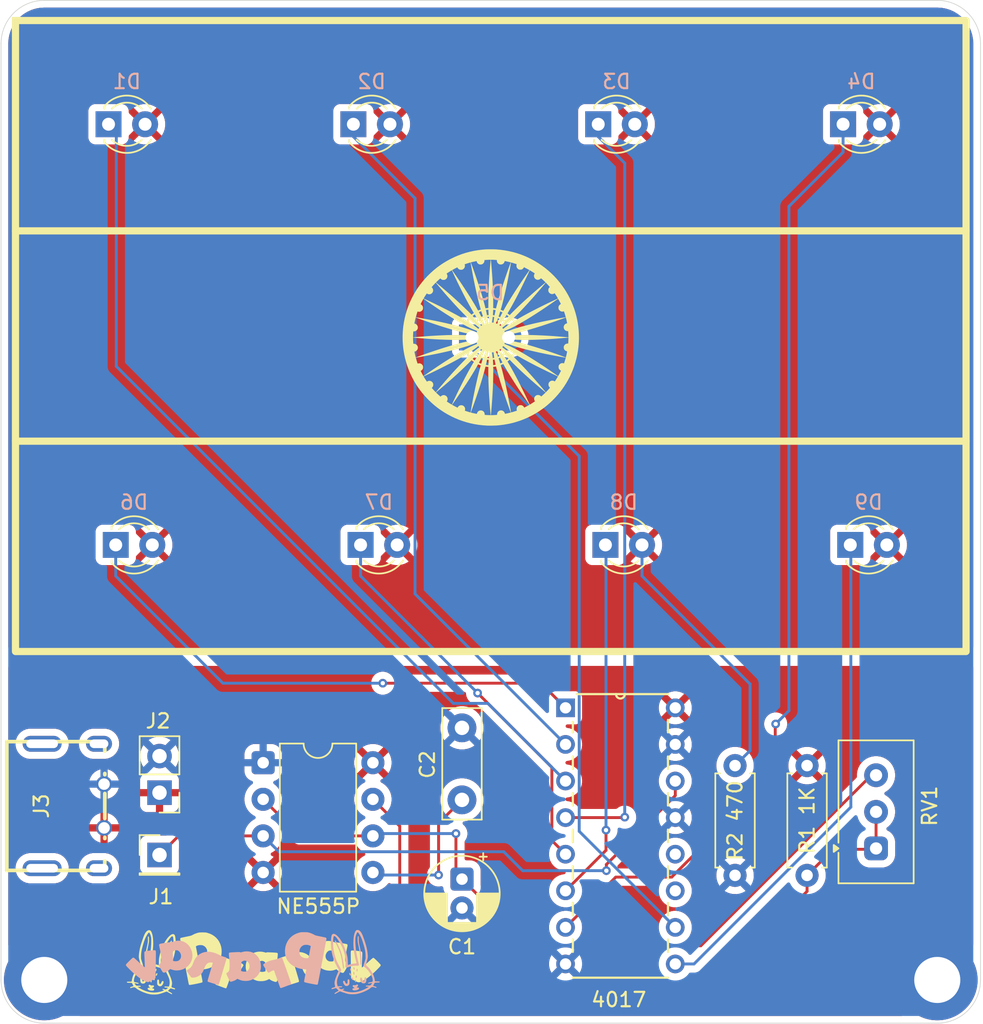
<source format=kicad_pcb>
(kicad_pcb (version 20241229) (generator "pcbnew") (generator_version "9.0")
  (layers (0 "F.Cu" signal) (2 "B.Cu" signal) (13 "F.Paste" user) (15 "B.Paste" user) (5 "F.SilkS" user "F.Silkscreen") (7 "B.SilkS" user "B.Silkscreen") (1 "F.Mask" user) (3 "B.Mask" user) (25 "Edge.Cuts" user))
  (net 0 "")
  (net 1 "TRIG")
  (net 2 "GND")
  (net 3 "Net-(U1-CONT)")
  (net 4 "Net-(D1-K)")
  (net 5 "Net-(D2-K)")
  (net 6 "Net-(D3-K)")
  (net 7 "Net-(D4-K)")
  (net 8 "Net-(D5-K)")
  (net 9 "Net-(D6-K)")
  (net 10 "Net-(D7-K)")
  (net 11 "Net-(D8-K)")
  (net 12 "Net-(D9-K)")
  (net 13 "OUT")
  (net 14 "+5V")
  (net 15 "Net-(U1-DISCH)")
  (net 18 "LED2R")
  (footprint "LED_THT:LED_D3.0mm" (layer "F.Cu") (at 119.96 97.8)
    (property "Reference" "D6" (at 1.27 -2.96 -0) (layer "B.SilkS") (effects (justify mirror)))
    (property "Value" "LED")
    (pad "1" thru_hole rect (at 0 0) (size 1.8 1.8) (drill 0.9) (layers "*.Cu" "*.Mask") (net 9 "Net-(D6-K)"))
    (pad "2" thru_hole circle (at 2.54 0) (size 1.8 1.8) (drill 0.9) (layers "*.Cu" "*.Mask") (net 18 "LED2R"))
  )
  (footprint "LOGO" (layer "F.Cu") (at 146 83.4)
    (property "Reference" "G***" (hide yes))
    (property "Value" "LOGO" (hide yes))
  )
  (footprint "LED_THT:LED_D3.0mm" (layer "F.Cu") (at 136.46 68.6)
    (property "Reference" "D2" (at 1.27 -2.96 -0) (layer "B.SilkS") (effects (justify mirror)))
    (property "Value" "LED")
    (pad "1" thru_hole rect (at 0 0) (size 1.8 1.8) (drill 0.9) (layers "*.Cu" "*.Mask") (net 5 "Net-(D2-K)"))
    (pad "2" thru_hole circle (at 2.54 0) (size 1.8 1.8) (drill 0.9) (layers "*.Cu" "*.Mask") (net 18 "LED2R"))
  )
  (footprint "LED_THT:LED_D3.0mm" (layer "F.Cu") (at 170.96 97.8)
    (property "Reference" "D9" (at 1.27 -2.96 -0) (layer "B.SilkS") (effects (justify mirror)))
    (property "Value" "LED")
    (pad "1" thru_hole rect (at 0 0) (size 1.8 1.8) (drill 0.9) (layers "*.Cu" "*.Mask") (net 12 "Net-(D9-K)"))
    (pad "2" thru_hole circle (at 2.54 0) (size 1.8 1.8) (drill 0.9) (layers "*.Cu" "*.Mask") (net 18 "LED2R"))
  )
  (footprint "LED_THT:LED_D3.0mm" (layer "F.Cu") (at 170.46 68.6)
    (property "Reference" "D4" (at 1.27 -2.96 -0) (layer "B.SilkS") (effects (justify mirror)))
    (property "Value" "LED")
    (pad "1" thru_hole rect (at 0 0) (size 1.8 1.8) (drill 0.9) (layers "*.Cu" "*.Mask") (net 7 "Net-(D4-K)"))
    (pad "2" thru_hole circle (at 2.54 0) (size 1.8 1.8) (drill 0.9) (layers "*.Cu" "*.Mask") (net 18 "LED2R"))
  )
  (footprint "BlinkyStuff:N16" (layer "F.Cu") (at 158.81 126.89)
    (property "Reference" "4017" (at -3.92 2.48 0) (layer "F.SilkS"))
    (property "Value" "4017")
    (pad "1" thru_hole rect (at -7.62 -17.78) (size 1.2954 1.2954) (drill 0.7874) (layers "*.Cu" "*.Mask") (net 9 "Net-(D6-K)"))
    (pad "2" thru_hole circle (at -7.62 -15.24) (size 1.2954 1.2954) (drill 0.7874) (layers "*.Cu" "*.Mask") (net 5 "Net-(D2-K)"))
    (pad "3" thru_hole circle (at -7.62 -12.7) (size 1.2954 1.2954) (drill 0.7874) (layers "*.Cu" "*.Mask") (net 4 "Net-(D1-K)"))
    (pad "4" thru_hole circle (at -7.62 -10.16) (size 1.2954 1.2954) (drill 0.7874) (layers "*.Cu" "*.Mask") (net 6 "Net-(D3-K)"))
    (pad "5" thru_hole circle (at -7.62 -7.62) (size 1.2954 1.2954) (drill 0.7874) (layers "*.Cu" "*.Mask") (net 10 "Net-(D7-K)"))
    (pad "6" thru_hole circle (at -7.62 -5.08) (size 1.2954 1.2954) (drill 0.7874) (layers "*.Cu" "*.Mask") (net 11 "Net-(D8-K)"))
    (pad "7" thru_hole circle (at -7.62 -2.54) (size 1.2954 1.2954) (drill 0.7874) (layers "*.Cu" "*.Mask") (net 7 "Net-(D4-K)"))
    (pad "8" thru_hole circle (at -7.62 0) (size 1.2954 1.2954) (drill 0.7874) (layers "*.Cu" "*.Mask") (net 2 "GND"))
    (pad "9" thru_hole circle (at 0 0) (size 1.2954 1.2954) (drill 0.7874) (layers "*.Cu" "*.Mask") (net 12 "Net-(D9-K)"))
    (pad "10" thru_hole circle (at 0 -2.54) (size 1.2954 1.2954) (drill 0.7874) (layers "*.Cu" "*.Mask") (net 8 "Net-(D5-K)"))
    (pad "11" thru_hole circle (at 0 -5.08) (size 1.2954 1.2954) (drill 0.7874) (layers "*.Cu" "*.Mask"))
    (pad "12" thru_hole circle (at 0 -7.62) (size 1.2954 1.2954) (drill 0.7874) (layers "*.Cu" "*.Mask"))
    (pad "13" thru_hole circle (at 0 -10.16) (size 1.2954 1.2954) (drill 0.7874) (layers "*.Cu" "*.Mask") (net 2 "GND"))
    (pad "14" thru_hole circle (at 0 -12.7) (size 1.2954 1.2954) (drill 0.7874) (layers "*.Cu" "*.Mask") (net 13 "OUT"))
    (pad "15" thru_hole circle (at 0 -15.24) (size 1.2954 1.2954) (drill 0.7874) (layers "*.Cu" "*.Mask") (net 2 "GND"))
    (pad "16" thru_hole circle (at 0 -17.78) (size 1.2954 1.2954) (drill 0.7874) (layers "*.Cu" "*.Mask") (net 14 "+5V"))
  )
  (footprint "Potentiometer_THT:Potentiometer_Vishay_T93YA_Vertical" (layer "F.Cu") (at 172.75 118.87 90)
    (property "Reference" "RV1" (at 2.94 3.72 90) (layer "F.SilkS"))
    (property "Value" "50kΩ")
    (pad "1" thru_hole roundrect (at 0 0 90) (size 1.65 1.65) (drill 0.85) (layers "*.Cu" "*.Mask") (net 15 "Net-(U1-DISCH)"))
    (pad "2" thru_hole circle (at 2.54 0 90) (size 1.65 1.65) (drill 0.85) (layers "*.Cu" "*.Mask") (net 15 "Net-(U1-DISCH)"))
    (pad "3" thru_hole circle (at 5.08 0 90) (size 1.65 1.65) (drill 0.85) (layers "*.Cu" "*.Mask") (net 1 "TRIG"))
  )
  (footprint "LED_THT:LED_D3.0mm" (layer "F.Cu") (at 119.46 68.6)
    (property "Reference" "D1" (at 1.27 -2.96 -0) (layer "B.SilkS") (effects (justify mirror)))
    (property "Value" "LED")
    (pad "1" thru_hole rect (at 0 0) (size 1.8 1.8) (drill 0.9) (layers "*.Cu" "*.Mask") (net 4 "Net-(D1-K)"))
    (pad "2" thru_hole circle (at 2.54 0) (size 1.8 1.8) (drill 0.9) (layers "*.Cu" "*.Mask") (net 18 "LED2R"))
  )
  (footprint "MountingHole:MountingHole_3.2mm_M3_DIN965_Pad_TopBottom" (layer "F.Cu") (at 115 128)
    (property "Reference" "S2" (hide yes))
    (property "Value" "MountingHole_3.2mm_M3_DIN965_Pad_TopBottom" (hide yes))
    (pad "1" thru_hole circle (at 0 0) (size 3.6 3.6) (drill 3.2) (layers "*.Cu" "*.Mask"))
    (pad "1" connect circle (at 0 0) (size 5.6 5.6) (layers "F.Cu" "F.Mask"))
    (pad "1" connect circle (at 0 0) (size 5.6 5.6) (layers "B.Cu" "B.Mask") (net 2 "GND"))
  )
  (footprint "LED_THT:LED_D3.0mm" (layer "F.Cu") (at 153.46 68.6)
    (property "Reference" "D3" (at 1.27 -2.96 -0) (layer "B.SilkS") (effects (justify mirror)))
    (property "Value" "LED")
    (pad "1" thru_hole rect (at 0 0) (size 1.8 1.8) (drill 0.9) (layers "*.Cu" "*.Mask") (net 6 "Net-(D3-K)"))
    (pad "2" thru_hole circle (at 2.54 0) (size 1.8 1.8) (drill 0.9) (layers "*.Cu" "*.Mask") (net 18 "LED2R"))
  )
  (footprint "Capacitor_THT:CP_Radial_D5.0mm_P2.00mm" (layer "F.Cu") (at 144 121 -90)
    (property "Reference" "C1" (at 4.7 0 180) (layer "F.SilkS"))
    (property "Value" "1 uF")
    (pad "1" thru_hole roundrect (at 0 0 270) (size 1.6 1.6) (drill 0.8) (layers "*.Cu" "*.Mask") (roundrect_rratio 0.15625) (net 1 "TRIG"))
    (pad "2" thru_hole circle (at 2 0 270) (size 1.6 1.6) (drill 0.8) (layers "*.Cu" "*.Mask") (net 2 "GND"))
  )
  (footprint "MountingHole:MountingHole_3.2mm_M3_DIN965_Pad_TopBottom" (layer "F.Cu") (at 177 128)
    (property "Reference" "S1" (hide yes))
    (property "Value" "MountingHole_3.2mm_M3_DIN965_Pad_TopBottom" (hide yes))
    (pad "1" thru_hole circle (at 0 0) (size 3.6 3.6) (drill 3.2) (layers "*.Cu" "*.Mask"))
    (pad "1" connect circle (at 0 0) (size 5.6 5.6) (layers "F.Cu" "F.Mask"))
    (pad "1" connect circle (at 0 0) (size 5.6 5.6) (layers "B.Cu" "B.Mask") (net 2 "GND"))
  )
  (footprint "ProLib_pcs_2026-02-15:USB-C-TH_TYPE-C-31-M-33" (layer "F.Cu") (at 117 115.925 -90)
    (property "Reference" "J3" (at 0 2.2 90) (layer "F.SilkS"))
    (property "Value" "USB_C_Receptacle_PowerOnly_6P" (hide yes))
    (pad "3" thru_hole oval (at 4.32 -1.8) (size 1.8 1.1) (drill oval 1.3 0.6) (layers "*.Cu" "*.Mask"))
    (pad "4" thru_hole oval (at 4.32 2.15 270) (size 1.1 2.7) (drill oval 0.6 2.2) (layers "*.Cu" "*.Mask"))
    (pad "5" thru_hole oval (at -4.32 2.15 270) (size 1.1 2.7) (drill oval 0.6 2.2) (layers "*.Cu" "*.Mask"))
    (pad "6" thru_hole oval (at -4.32 -1.8) (size 1.8 1.1) (drill oval 1.3 0.6) (layers "*.Cu" "*.Mask"))
    (pad "A9" thru_hole circle (at 1.52 -2.15 270) (size 1.1 1.1) (drill 0.8) (layers "*.Cu" "*.Mask") (net 14 "+5V"))
    (pad "B12" thru_hole circle (at -1.52 -2.15 270) (size 1.1 1.1) (drill 0.8) (layers "*.Cu" "*.Mask") (net 2 "GND"))
  )
  (footprint "Resistor_THT:R_Axial_DIN0207_L6.3mm_D2.5mm_P7.62mm_Horizontal" (layer "F.Cu") (at 162.96 113.12 -90)
    (property "Reference" "R2 470" (at 3.81 0 90) (layer "F.SilkS"))
    (property "Value" "470Ω" (hide yes))
    (pad "1" thru_hole circle (at 0 0 270) (size 1.6 1.6) (drill 0.8) (layers "*.Cu" "*.Mask") (net 18 "LED2R"))
    (pad "2" thru_hole circle (at 7.62 0 270) (size 1.6 1.6) (drill 0.8) (layers "*.Cu" "*.Mask") (net 2 "GND"))
  )
  (footprint "LED_THT:LED_D3.0mm" (layer "F.Cu") (at 153.96 97.8)
    (property "Reference" "D8" (at 1.27 -2.96 -0) (layer "B.SilkS") (effects (justify mirror)))
    (property "Value" "LED")
    (pad "1" thru_hole rect (at 0 0) (size 1.8 1.8) (drill 0.9) (layers "*.Cu" "*.Mask") (net 11 "Net-(D8-K)"))
    (pad "2" thru_hole circle (at 2.54 0) (size 1.8 1.8) (drill 0.9) (layers "*.Cu" "*.Mask") (net 18 "LED2R"))
  )
  (footprint "LED_THT:LED_D3.0mm" (layer "F.Cu") (at 144.7 83.4)
    (property "Reference" "D5" (at 1.26 -3.11 0) (layer "B.SilkS") (effects (justify mirror)))
    (property "Value" "LED")
    (pad "1" thru_hole rect (at 0 0) (size 1.8 1.8) (drill 0.9) (layers "*.Cu" "*.Mask") (net 8 "Net-(D5-K)"))
    (pad "2" thru_hole circle (at 2.54 0) (size 1.8 1.8) (drill 0.9) (layers "*.Cu" "*.Mask") (net 18 "LED2R"))
  )
  (footprint "LOGO" (layer "F.Cu") (at 129.55 126.83)
    (property "Reference" "G***" (hide yes))
    (property "Value" "LOGO" (hide yes))
  )
  (footprint "Connector_PinHeader_2.54mm:PinHeader_1x02_P2.54mm_Vertical" (layer "F.Cu") (at 123 115 180)
    (property "Reference" "J2" (at 0.1 4.975 0) (layer "F.SilkS"))
    (property "Value" "Conn_01x02_Socket" (hide yes))
    (pad "1" thru_hole rect (at 0 0 180) (size 1.7 1.7) (drill 1) (layers "*.Cu" "*.Mask") (net 14 "+5V"))
    (pad "2" thru_hole circle (at 0 2.54 180) (size 1.7 1.7) (drill 1) (layers "*.Cu" "*.Mask") (net 2 "GND"))
  )
  (footprint "Capacitor_THT:C_Disc_D7.5mm_W2.5mm_P5.00mm" (layer "F.Cu") (at 144 115.5 90)
    (property "Reference" "C2" (at 2.45 -2.4 90) (layer "F.SilkS"))
    (property "Value" "0.01 uF")
    (pad "1" thru_hole circle (at 0 0 90) (size 2 2) (drill 1) (layers "*.Cu" "*.Mask") (net 3 "Net-(U1-CONT)"))
    (pad "2" thru_hole circle (at 5 0 90) (size 2 2) (drill 1) (layers "*.Cu" "*.Mask") (net 2 "GND"))
  )
  (footprint "Connector_PinHeader_2.54mm:PinHeader_1x01_P2.54mm_Vertical" (layer "F.Cu") (at 123 119.325)
    (property "Reference" "J1" (at 0.1 2.9 0) (layer "F.SilkS"))
    (property "Value" "Conn_01x01_Socket" (hide yes))
    (pad "1" thru_hole rect (at 0 0) (size 1.7 1.7) (drill 1) (layers "*.Cu" "*.Mask") (net 13 "OUT"))
  )
  (footprint "Package_DIP:DIP-8_W7.62mm" (layer "F.Cu") (at 130.195 112.92)
    (property "Reference" "NE555P" (at 3.835 9.97 0) (layer "F.SilkS"))
    (property "Value" "NE555P")
    (pad "1" thru_hole roundrect (at 0 0) (size 1.6 1.6) (drill 0.8) (layers "*.Cu" "*.Mask") (roundrect_rratio 0.15625) (net 2 "GND"))
    (pad "2" thru_hole circle (at 0 2.54) (size 1.6 1.6) (drill 0.8) (layers "*.Cu" "*.Mask") (net 1 "TRIG"))
    (pad "3" thru_hole circle (at 0 5.08) (size 1.6 1.6) (drill 0.8) (layers "*.Cu" "*.Mask") (net 13 "OUT"))
    (pad "4" thru_hole circle (at 0 7.62) (size 1.6 1.6) (drill 0.8) (layers "*.Cu" "*.Mask") (net 14 "+5V"))
    (pad "5" thru_hole circle (at 7.62 7.62) (size 1.6 1.6) (drill 0.8) (layers "*.Cu" "*.Mask") (net 3 "Net-(U1-CONT)"))
    (pad "6" thru_hole circle (at 7.62 5.08) (size 1.6 1.6) (drill 0.8) (layers "*.Cu" "*.Mask") (net 1 "TRIG"))
    (pad "7" thru_hole circle (at 7.62 2.54) (size 1.6 1.6) (drill 0.8) (layers "*.Cu" "*.Mask") (net 15 "Net-(U1-DISCH)"))
    (pad "8" thru_hole circle (at 7.62 0) (size 1.6 1.6) (drill 0.8) (layers "*.Cu" "*.Mask") (net 14 "+5V"))
  )
  (footprint "Resistor_THT:R_Axial_DIN0207_L6.3mm_D2.5mm_P7.62mm_Horizontal" (layer "F.Cu") (at 167.96 113.12 -90)
    (property "Reference" "R1 1K" (at 3.81 0 90) (layer "F.SilkS"))
    (property "Value" "1KΩ" (hide yes))
    (pad "1" thru_hole circle (at 0 0 270) (size 1.6 1.6) (drill 0.8) (layers "*.Cu" "*.Mask") (net 14 "+5V"))
    (pad "2" thru_hole circle (at 7.62 0 270) (size 1.6 1.6) (drill 0.8) (layers "*.Cu" "*.Mask") (net 15 "Net-(U1-DISCH)"))
  )
  (footprint "LED_THT:LED_D3.0mm" (layer "F.Cu") (at 136.96 97.8)
    (property "Reference" "D7" (at 1.27 -2.96 -0) (layer "B.SilkS") (effects (justify mirror)))
    (property "Value" "LED")
    (pad "1" thru_hole rect (at 0 0) (size 1.8 1.8) (drill 0.9) (layers "*.Cu" "*.Mask") (net 10 "Net-(D7-K)"))
    (pad "2" thru_hole circle (at 2.54 0) (size 1.8 1.8) (drill 0.9) (layers "*.Cu" "*.Mask") (net 18 "LED2R"))
  )
  (footprint "LOGO" (layer "B.Cu") (at 129.475449 126.812852 180)
    (property "Reference" "back" (hide yes))
    (property "Value" "LOGO" (hide yes))
  )
  (gr_line (start 113 90.6) (end 179 90.6) (stroke (width 0.5)) (layer "F.SilkS"))
  (gr_rect (start 113 61.4) (end 179 105.2) (stroke (width 0.5)) (fill no) (layer "F.SilkS"))
  (gr_line (start 179 76) (end 113 76) (stroke (width 0.5)) (layer "F.SilkS"))
  (gr_line (start 177 60) (end 115 60) (stroke (width 0.05)) (layer "Edge.Cuts"))
  (gr_arc (start 177 60) (mid 179.12132 60.87868) (end 180 63) (stroke (width 0.05)) (layer "Edge.Cuts"))
  (gr_arc (start 112 63) (mid 112.87868 60.87868) (end 115 60) (stroke (width 0.05)) (layer "Edge.Cuts"))
  (gr_line (start 115 131) (end 177 131) (stroke (width 0.05)) (layer "Edge.Cuts"))
  (gr_line (start 112 63) (end 112 128) (stroke (width 0.05)) (layer "Edge.Cuts"))
  (gr_line (start 180 128) (end 180 63) (stroke (width 0.05)) (layer "Edge.Cuts"))
  (gr_arc (start 180 128) (mid 179.12132 130.12132) (end 177 131) (stroke (width 0.05)) (layer "Edge.Cuts"))
  (gr_arc (start 115 131) (mid 112.87868 130.12132) (end 112 128) (stroke (width 0.05)) (layer "Edge.Cuts"))
  (segment (start 172.75 113.79) (end 172.42 113.79) (width 0.2) (layer "F.Cu") (net 1))
  (segment (start 144 121) (end 143.5803 120.5803) (width 0.2) (layer "F.Cu") (net 1))
  (segment (start 132.735 118) (end 130.195 115.46) (width 0.2) (layer "F.Cu") (net 1))
  (segment (start 148.63 125.63) (end 144 121) (width 0.2) (layer "F.Cu") (net 1))
  (segment (start 172.42 113.79) (end 160.58 125.63) (width 0.2) (layer "F.Cu") (net 1))
  (segment (start 137.815 118) (end 132.735 118) (width 0.2) (layer "F.Cu") (net 1))
  (segment (start 160.58 125.63) (end 148.63 125.63) (width 0.2) (layer "F.Cu") (net 1))
  (segment (start 143.5803 120.5803) (end 143.5803 117.8394) (width 0.2) (layer "F.Cu") (net 1))
  (via (at 143.5803 117.8394) (size 0.6) (drill 0.3) (layers "F.Cu" "B.Cu") (net 1))
  (segment (start 143.5803 117.8394) (end 137.9756 117.8394) (width 0.2) (layer "B.Cu") (net 1))
  (segment (start 137.9756 117.8394) (end 137.815 118) (width 0.2) (layer "B.Cu") (net 1))
  (segment (start 144 115.5) (end 142.376 117.124) (width 0.2) (layer "F.Cu") (net 3))
  (segment (start 142.376 117.124) (end 142.376 120.7165) (width 0.2) (layer "F.Cu") (net 3))
  (via (at 142.376 120.7165) (size 0.6) (drill 0.3) (layers "F.Cu" "B.Cu") (net 3))
  (segment (start 137.9915 120.7165) (end 137.815 120.54) (width 0.2) (layer "B.Cu") (net 3))
  (segment (start 142.376 120.7165) (end 137.9915 120.7165) (width 0.2) (layer "B.Cu") (net 3))
  (segment (start 143.398 108.8) (end 145.8 108.8) (width 0.2) (layer "B.Cu") (net 4))
  (segment (start 119.46 68.6) (end 120 69.14) (width 0.2) (layer "B.Cu") (net 4))
  (segment (start 145.8 108.8) (end 151.19 114.19) (width 0.2) (layer "B.Cu") (net 4))
  (segment (start 120 69.14) (end 120 85.402) (width 0.2) (layer "B.Cu") (net 4))
  (segment (start 120 85.402) (end 143.398 108.8) (width 0.2) (layer "B.Cu") (net 4))
  (segment (start 140.741 101.201) (end 151.19 111.65) (width 0.2) (layer "B.Cu") (net 5))
  (segment (start 136.46 69.46) (end 140.741 73.741) (width 0.2) (layer "B.Cu") (net 5))
  (segment (start 140.741 73.741) (end 140.741 101.201) (width 0.2) (layer "B.Cu") (net 5))
  (segment (start 136.46 68.6) (end 136.46 69.46) (width 0.2) (layer "B.Cu") (net 5))
  (segment (start 155.27 116.73) (end 151.19 116.73) (width 0.2) (layer "F.Cu") (net 6))
  (segment (start 155.3 116.7) (end 155.27 116.73) (width 0.2) (layer "F.Cu") (net 6))
  (via (at 155.3 116.7) (size 0.6) (drill 0.3) (layers "F.Cu" "B.Cu") (net 6))
  (segment (start 153.46 69.46) (end 155.3 71.3) (width 0.2) (layer "B.Cu") (net 6))
  (segment (start 153.46 68.6) (end 153.46 69.46) (width 0.2) (layer "B.Cu") (net 6))
  (segment (start 155.3 71.3) (end 155.3 116.7) (width 0.2) (layer "B.Cu") (net 6))
  (segment (start 158.56 120.861) (end 154.679 120.861) (width 0.2) (layer "F.Cu") (net 7))
  (segment (start 165.75 110.26) (end 165.75 113.671) (width 0.2) (layer "F.Cu") (net 7))
  (segment (start 165.75 113.671) (end 158.56 120.861) (width 0.2) (layer "F.Cu") (net 7))
  (segment (start 165.78 110.23) (end 165.75 110.26) (width 0.2) (layer "F.Cu") (net 7))
  (segment (start 154.679 120.861) (end 151.19 124.35) (width 0.2) (layer "F.Cu") (net 7))
  (via (at 165.78 110.23) (size 0.6) (drill 0.3) (layers "F.Cu" "B.Cu") (net 7))
  (segment (start 165.78 110.23) (end 166.7 109.31) (width 0.2) (layer "B.Cu") (net 7))
  (segment (start 166.7 74.3) (end 170.46 70.54) (width 0.2) (layer "B.Cu") (net 7))
  (segment (start 170.46 70.54) (end 170.46 68.6) (width 0.2) (layer "B.Cu") (net 7))
  (segment (start 166.7 109.31) (end 166.7 74.3) (width 0.2) (layer "B.Cu") (net 7))
  (segment (start 152.139 117.679) (end 158.81 124.35) (width 0.2) (layer "B.Cu") (net 8))
  (segment (start 152.139 91.6387) (end 152.139 117.679) (width 0.2) (layer "B.Cu") (net 8))
  (segment (start 144.7 83.4) (end 144.7 84.1997) (width 0.2) (layer "B.Cu") (net 8))
  (segment (start 144.7 84.1997) (end 152.139 91.6387) (width 0.2) (layer "B.Cu") (net 8))
  (segment (start 140.501 107.399) (end 149.479 107.399) (width 0.2) (layer "F.Cu") (net 9))
  (segment (start 140.5 107.4) (end 140.501 107.399) (width 0.2) (layer "F.Cu") (net 9))
  (segment (start 138.5 107.4) (end 140.5 107.4) (width 0.2) (layer "F.Cu") (net 9))
  (segment (start 149.479 107.399) (end 151.19 109.11) (width 0.2) (layer "F.Cu") (net 9))
  (via (at 138.5 107.4) (size 0.6) (drill 0.3) (layers "F.Cu" "B.Cu") (net 9))
  (segment (start 127.4 107.4) (end 119.96 99.96) (width 0.2) (layer "B.Cu") (net 9))
  (segment (start 138.5 107.4) (end 127.4 107.4) (width 0.2) (layer "B.Cu") (net 9))
  (segment (start 119.96 99.96) (end 119.96 97.8) (width 0.2) (layer "B.Cu") (net 9))
  (segment (start 150.241 113.241) (end 150.241 118.321) (width 0.2) (layer "F.Cu") (net 10))
  (segment (start 150.241 118.321) (end 151.19 119.27) (width 0.2) (layer "F.Cu") (net 10))
  (segment (start 145.085 108.085) (end 150.241 113.241) (width 0.2) (layer "F.Cu") (net 10))
  (via (at 145.085 108.085) (size 0.6) (drill 0.3) (layers "F.Cu" "B.Cu") (net 10))
  (segment (start 145.085 108.085) (end 136.96 99.96) (width 0.2) (layer "B.Cu") (net 10))
  (segment (start 136.96 99.96) (end 136.96 97.8) (width 0.2) (layer "B.Cu") (net 10))
  (segment (start 154 119) (end 151.19 121.81) (width 0.2) (layer "F.Cu") (net 11))
  (segment (start 154 117.6) (end 154 119) (width 0.2) (layer "F.Cu") (net 11))
  (via (at 154 117.6) (size 0.6) (drill 0.3) (layers "F.Cu" "B.Cu") (net 11))
  (segment (start 154 97.84) (end 154 117.6) (width 0.2) (layer "B.Cu") (net 11))
  (segment (start 153.96 97.8) (end 154 97.84) (width 0.2) (layer "B.Cu") (net 11))
  (segment (start 171 97.84) (end 171 116) (width 0.2) (layer "B.Cu") (net 12))
  (segment (start 170.96 97.8) (end 171 97.84) (width 0.2) (layer "B.Cu") (net 12))
  (segment (start 160.11 126.89) (end 158.81 126.89) (width 0.2) (layer "B.Cu") (net 12))
  (segment (start 171 116) (end 160.11 126.89) (width 0.2) (layer "B.Cu") (net 12))
  (segment (start 124.325 118) (end 123 119.325) (width 0.2) (layer "F.Cu") (net 13))
  (segment (start 158.81 115.2) (end 158.81 114.19) (width 0.2) (layer "F.Cu") (net 13))
  (segment (start 154.025735 119.984265) (end 158.81 115.2) (width 0.2) (layer "F.Cu") (net 13))
  (segment (start 154.025735 120.414265) (end 154.025735 119.984265) (width 0.2) (layer "F.Cu") (net 13))
  (segment (start 130.195 118) (end 124.325 118) (width 0.2) (layer "F.Cu") (net 13))
  (via (at 154.025735 120.414265) (size 0.6) (drill 0.3) (layers "F.Cu" "B.Cu") (net 13))
  (segment (start 154.025735 120.414265) (end 148.214265 120.414265) (width 0.2) (layer "B.Cu") (net 13))
  (segment (start 131.296 119.101) (end 130.195 118) (width 0.2) (layer "B.Cu") (net 13))
  (segment (start 148.214265 120.414265) (end 146.901 119.101) (width 0.2) (layer "B.Cu") (net 13))
  (segment (start 146.901 119.101) (end 131.296 119.101) (width 0.2) (layer "B.Cu") (net 13))
  (segment (start 172.69 118.93) (end 169.77 118.93) (width 0.2) (layer "F.Cu") (net 15))
  (segment (start 169.77 118.93) (end 167.96 120.74) (width 0.2) (layer "F.Cu") (net 15))
  (segment (start 139.68 117.325) (end 137.815 115.46) (width 0.2) (layer "F.Cu") (net 15))
  (segment (start 161.31 128.5) (end 146.41995 128.5) (width 0.2) (layer "F.Cu") (net 15))
  (segment (start 172.75 118.87) (end 172.69 118.93) (width 0.2) (layer "F.Cu") (net 15))
  (segment (start 167.96 120.74) (end 167.96 121.85) (width 0.2) (layer "F.Cu") (net 15))
  (segment (start 146.41995 128.5) (end 139.68 121.76005) (width 0.2) (layer "F.Cu") (net 15))
  (segment (start 139.68 121.76005) (end 139.68 117.325) (width 0.2) (layer "F.Cu") (net 15))
  (segment (start 167.96 121.85) (end 161.31 128.5) (width 0.2) (layer "F.Cu") (net 15))
  (segment (start 172.75 116.33) (end 172.75 118.87) (width 0.2) (layer "F.Cu") (net 15))
  (segment (start 162.96 113.12) (end 164 112.08) (width 0.2) (layer "B.Cu") (net 18))
  (segment (start 164 107.46) (end 156.5 99.96) (width 0.2) (layer "B.Cu") (net 18))
  (segment (start 156.5 99.96) (end 156.5 97.8) (width 0.2) (layer "B.Cu") (net 18))
  (segment (start 164 112.08) (end 164 107.46) (width 0.2) (layer "B.Cu") (net 18))
  (zone (net 14) (net_name "+5V") (layer "F.Cu") (priority 1) (connect_pads (clearance 0.5)) (min_thickness 0.25) (fill yes (thermal_gap 0.5) (thermal_bridge_width 0.5))
    (polygon (pts (xy 180.2 106.2) (xy 112.2 106.2) (xy 112 131) (xy 180 131)))
  )
  (zone (net 18) (net_name "LED2R") (layer "F.Cu") (connect_pads (clearance 0.5)) (min_thickness 0.25) (fill yes (thermal_gap 0.5) (thermal_bridge_width 0.5))
    (polygon (pts (xy 180 60) (xy 112 60) (xy 112 105) (xy 180 105)))
  )
  (zone (net 2) (net_name "GND") (layer "B.Cu") (priority 2) (connect_pads (clearance 0.5)) (min_thickness 0.25) (fill yes (thermal_gap 0.5) (thermal_bridge_width 0.5))
    (polygon (pts (xy 180 60) (xy 112 60) (xy 112 131) (xy 180 131)))
  )
)
</source>
